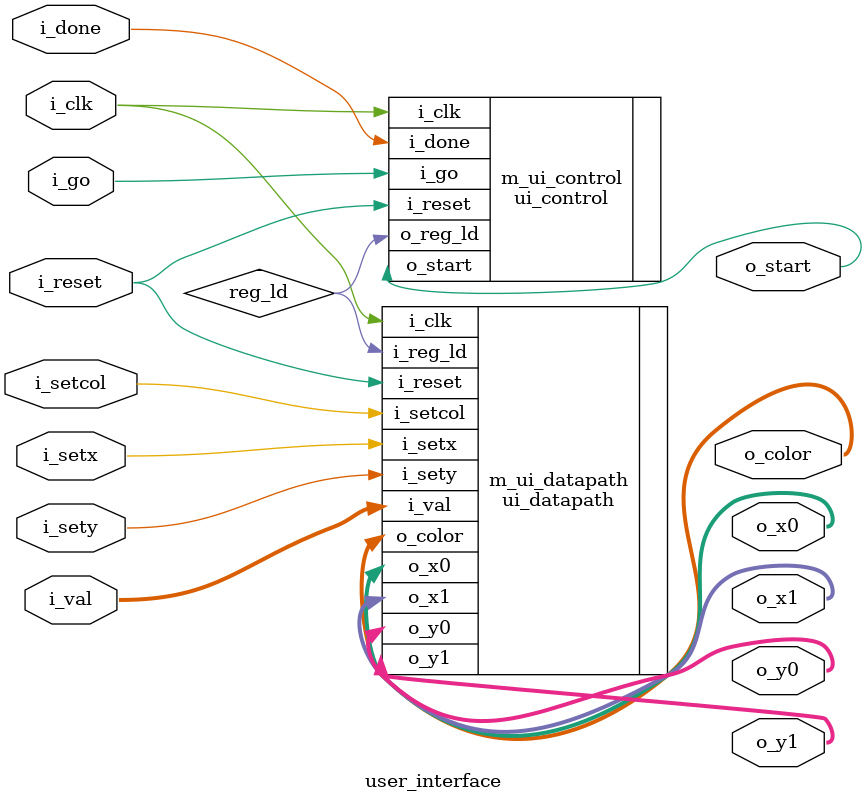
<source format=sv>
module user_interface
(

  input                     i_clk,
  input                     i_reset,

  // input from user
  input  [8:0]              i_val,
  input                     i_setx,
  input                     i_sety,
  input                     i_setcol,
  input                     i_go,

  // input from line drawing algorithm
  input                     i_done,

  // output to line drawing algorithm
  output [8:0]              o_x0,
  output [8:0]              o_x1,
  output [7:0]              o_y0,
  output [7:0]              o_y1,
  output [3:0]              o_color,
  output                    o_start

  // for simulation only
  // synthesis translate_off
  ,
  output  [8:0]             o_xin,
  output  [7:0]             o_yin,
  output  [3:0]             o_cin
  // synthesis translate_on

);


  logic reg_ld;

  ui_datapath m_ui_datapath (
    .i_clk              (i_clk),
    .i_reset            (i_reset),
    .i_reg_ld           (reg_ld),
    .i_val              (i_val),
    .i_setx             (i_setx),
    .i_sety             (i_sety),
    .i_setcol           (i_setcol),

    .o_x0               (o_x0),
    .o_x1               (o_x1),
    .o_y0               (o_y0),
    .o_y1               (o_y1),
    .o_color            (o_color)

    // for simulation only
    // synthesis translate_off
    ,
    .o_xin              (o_xin),
    .o_yin              (o_yin),
    .o_cin              (o_cin)
    // synthesis translate_on
  );


  ui_control m_ui_control (
    .i_clk              (i_clk),
    .i_reset            (i_reset),
    .i_done             (i_done),
    .i_go               (i_go),

    .o_reg_ld           (reg_ld),
    .o_start            (o_start)
  );


endmodule

</source>
